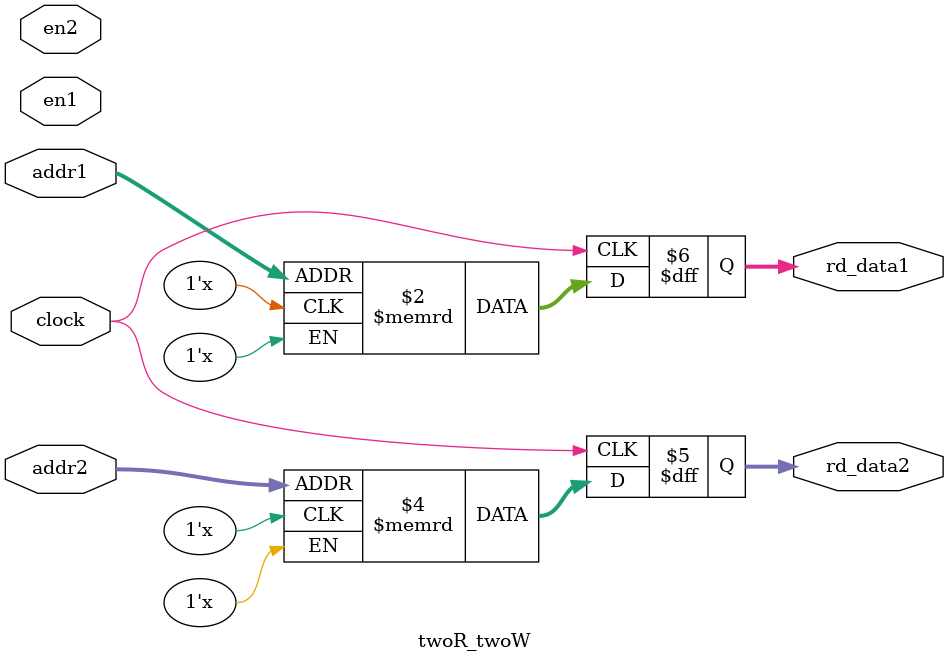
<source format=v>
`define DEPTH 16 	// Depth of memory
`define ADDR_WIDTH 4
`define DATA_WIDTH 8		// Width of memory

module twoR_twoW(
		clock,
		addr1,
		addr2,
        rd_data1,
        rd_data2,
        en1,
        en2
		);

	// INPUTS
	input				   	clock;		// Clock input
	input [`ADDR_WIDTH-1:0]	addr1;	    // address 1
	input [`ADDR_WIDTH-1:0]	addr2;	    // address 2
	input					en1;	 	// Read enable 1
	input					en2;	 	// Read enable 2

	// OUTPUTS
	output reg [`DATA_WIDTH-1:0] rd_data1; 	// Read data 1
 	output reg [`DATA_WIDTH-1:0] rd_data2; 	// Read data 2



	// The memory block.
	reg [`DATA_WIDTH-1:0] block_mem [`DEPTH-1:0];

	always @(posedge clock) begin
		rd_data1 <= block_mem[addr1];
	end
	always @(posedge clock) begin
		rd_data2 <= block_mem[addr2];
	end

endmodule

</source>
